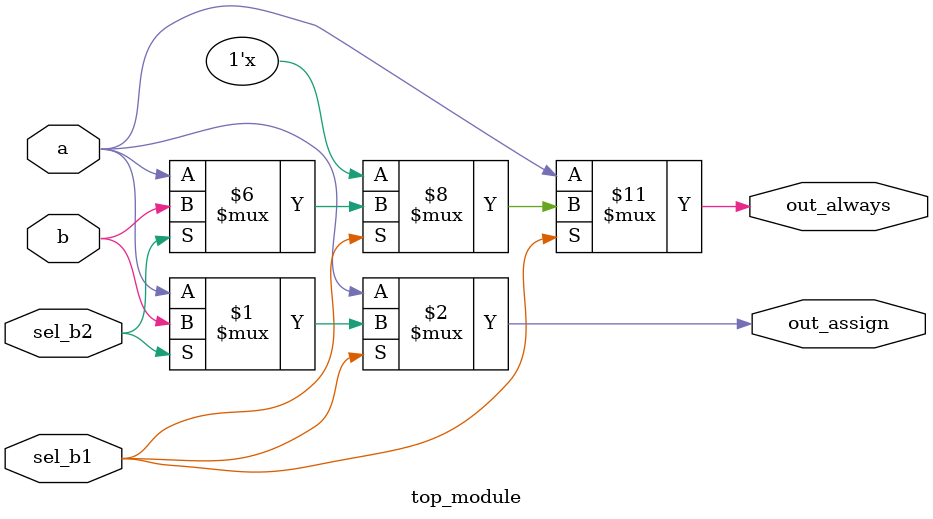
<source format=v>
module top_module(
    input a,
    input b,
    input sel_b1,
    input sel_b2,
    output wire out_assign,
    output reg out_always   ); 
    assign out_assign = sel_b1 ? (sel_b2 ? b : a) : a ;
    always @ (*) begin
        if (sel_b1) begin
            if (sel_b2) begin
                out_always = b;
            end
            else begin
                out_always = a;
            end
        end
        else begin
            out_always = a;
        end
    end

endmodule

</source>
